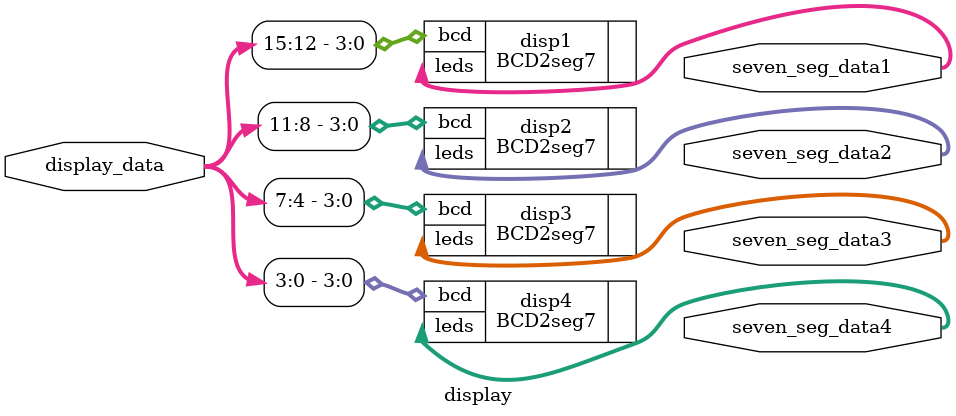
<source format=v>
module display #(parameter BCDdigits = 2)(input [BCDdigits*4*2-1:0] display_data,
                                          output wire [7:0]seven_seg_data1,seven_seg_data2,seven_seg_data3,seven_seg_data4);

 BCD2seg7 disp1(.bcd(display_data[15:12]),.leds(seven_seg_data1));
 BCD2seg7 disp2(.bcd(display_data[11:8]),.leds(seven_seg_data2));
 BCD2seg7 disp3(.bcd(display_data[7:4]),.leds(seven_seg_data3));
 BCD2seg7 disp4(.bcd(display_data[3:0]),.leds(seven_seg_data4));

endmodule

</source>
